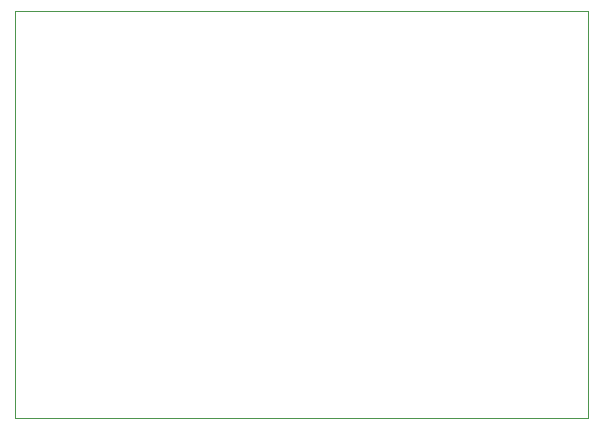
<source format=gm1>
G04 #@! TF.GenerationSoftware,KiCad,Pcbnew,(6.0.2-0)*
G04 #@! TF.CreationDate,2024-11-08T08:50:19-05:00*
G04 #@! TF.ProjectId,Joy_of_Motion,4a6f795f-6f66-45f4-9d6f-74696f6e2e6b,rev?*
G04 #@! TF.SameCoordinates,Original*
G04 #@! TF.FileFunction,Profile,NP*
%FSLAX46Y46*%
G04 Gerber Fmt 4.6, Leading zero omitted, Abs format (unit mm)*
G04 Created by KiCad (PCBNEW (6.0.2-0)) date 2024-11-08 08:50:19*
%MOMM*%
%LPD*%
G01*
G04 APERTURE LIST*
G04 #@! TA.AperFunction,Profile*
%ADD10C,0.100000*%
G04 #@! TD*
G04 APERTURE END LIST*
D10*
X83000000Y-38500000D02*
X131500000Y-38500000D01*
X131500000Y-38500000D02*
X131500000Y-73000000D01*
X131500000Y-73000000D02*
X83000000Y-73000000D01*
X83000000Y-73000000D02*
X83000000Y-38500000D01*
M02*

</source>
